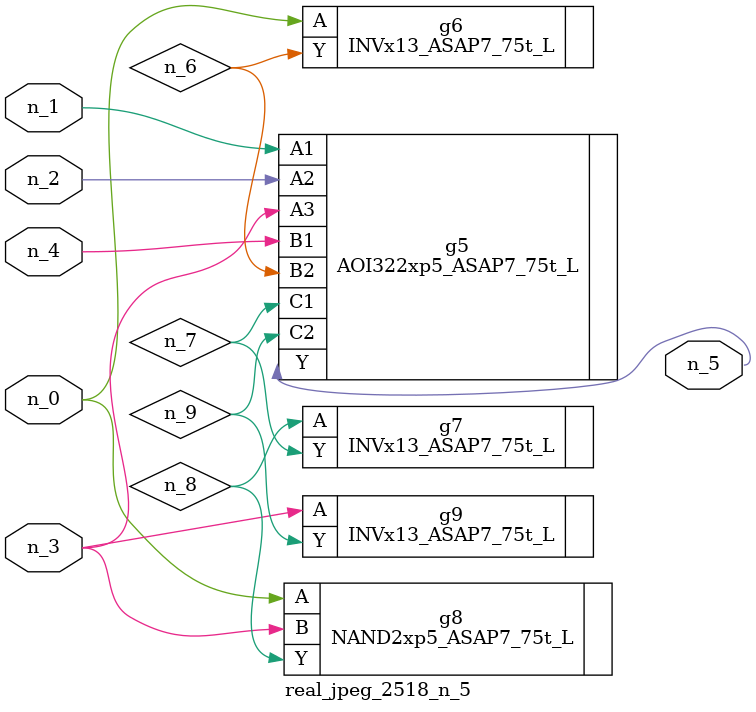
<source format=v>
module real_jpeg_2518_n_5 (n_4, n_0, n_1, n_2, n_3, n_5);

input n_4;
input n_0;
input n_1;
input n_2;
input n_3;

output n_5;

wire n_8;
wire n_6;
wire n_7;
wire n_9;

INVx13_ASAP7_75t_L g6 ( 
.A(n_0),
.Y(n_6)
);

NAND2xp5_ASAP7_75t_L g8 ( 
.A(n_0),
.B(n_3),
.Y(n_8)
);

AOI322xp5_ASAP7_75t_L g5 ( 
.A1(n_1),
.A2(n_2),
.A3(n_3),
.B1(n_4),
.B2(n_6),
.C1(n_7),
.C2(n_9),
.Y(n_5)
);

INVx13_ASAP7_75t_L g9 ( 
.A(n_3),
.Y(n_9)
);

INVx13_ASAP7_75t_L g7 ( 
.A(n_8),
.Y(n_7)
);


endmodule
</source>
